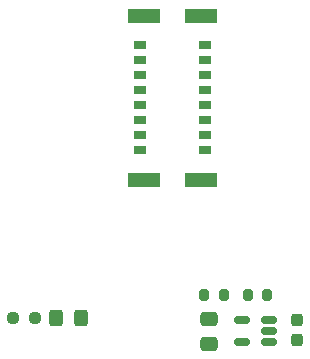
<source format=gbr>
%TF.GenerationSoftware,KiCad,Pcbnew,7.0.11-rc3*%
%TF.CreationDate,2025-03-16T23:28:07+08:00*%
%TF.ProjectId,imu-base,696d752d-6261-4736-952e-6b696361645f,rev?*%
%TF.SameCoordinates,Original*%
%TF.FileFunction,Paste,Top*%
%TF.FilePolarity,Positive*%
%FSLAX46Y46*%
G04 Gerber Fmt 4.6, Leading zero omitted, Abs format (unit mm)*
G04 Created by KiCad (PCBNEW 7.0.11-rc3) date 2025-03-16 23:28:07*
%MOMM*%
%LPD*%
G01*
G04 APERTURE LIST*
G04 Aperture macros list*
%AMRoundRect*
0 Rectangle with rounded corners*
0 $1 Rounding radius*
0 $2 $3 $4 $5 $6 $7 $8 $9 X,Y pos of 4 corners*
0 Add a 4 corners polygon primitive as box body*
4,1,4,$2,$3,$4,$5,$6,$7,$8,$9,$2,$3,0*
0 Add four circle primitives for the rounded corners*
1,1,$1+$1,$2,$3*
1,1,$1+$1,$4,$5*
1,1,$1+$1,$6,$7*
1,1,$1+$1,$8,$9*
0 Add four rect primitives between the rounded corners*
20,1,$1+$1,$2,$3,$4,$5,0*
20,1,$1+$1,$4,$5,$6,$7,0*
20,1,$1+$1,$6,$7,$8,$9,0*
20,1,$1+$1,$8,$9,$2,$3,0*%
G04 Aperture macros list end*
%ADD10RoundRect,0.200000X-0.200000X-0.275000X0.200000X-0.275000X0.200000X0.275000X-0.200000X0.275000X0*%
%ADD11RoundRect,0.237500X-0.250000X-0.237500X0.250000X-0.237500X0.250000X0.237500X-0.250000X0.237500X0*%
%ADD12RoundRect,0.200000X0.200000X0.275000X-0.200000X0.275000X-0.200000X-0.275000X0.200000X-0.275000X0*%
%ADD13RoundRect,0.250000X0.475000X-0.337500X0.475000X0.337500X-0.475000X0.337500X-0.475000X-0.337500X0*%
%ADD14R,1.100000X0.800000*%
%ADD15R,2.750000X1.200000*%
%ADD16RoundRect,0.237500X0.237500X-0.300000X0.237500X0.300000X-0.237500X0.300000X-0.237500X-0.300000X0*%
%ADD17RoundRect,0.150000X0.512500X0.150000X-0.512500X0.150000X-0.512500X-0.150000X0.512500X-0.150000X0*%
%ADD18RoundRect,0.250000X0.325000X0.450000X-0.325000X0.450000X-0.325000X-0.450000X0.325000X-0.450000X0*%
G04 APERTURE END LIST*
D10*
%TO.C,R4*%
X98685440Y-74712500D03*
X100335440Y-74712500D03*
%TD*%
D11*
%TO.C,R1*%
X82487500Y-76600000D03*
X84312500Y-76600000D03*
%TD*%
D12*
%TO.C,R2*%
X103997940Y-74712500D03*
X102347940Y-74712500D03*
%TD*%
D13*
%TO.C,C3*%
X99110440Y-78787500D03*
X99110440Y-76712500D03*
%TD*%
D14*
%TO.C,J1*%
X98750000Y-62445000D03*
X98750000Y-61175000D03*
X98750000Y-59905000D03*
X98750000Y-58635000D03*
X98750000Y-57365000D03*
X98750000Y-56095000D03*
X98750000Y-54825000D03*
X98750000Y-53555000D03*
X93250000Y-62445000D03*
X93250000Y-61175000D03*
X93250000Y-59905000D03*
X93250000Y-58635000D03*
X93250000Y-57365000D03*
X93250000Y-56095000D03*
X93250000Y-54825000D03*
X93250000Y-53555000D03*
D15*
X93575000Y-64955000D03*
X98425000Y-64955000D03*
X98425000Y-51045000D03*
X93575000Y-51045000D03*
%TD*%
D16*
%TO.C,C1*%
X106510440Y-78512500D03*
X106510440Y-76787500D03*
%TD*%
D17*
%TO.C,U1*%
X104110440Y-78662500D03*
X104110440Y-77712500D03*
X104110440Y-76762500D03*
X101835440Y-76762500D03*
X101835440Y-78662500D03*
%TD*%
D18*
%TO.C,D1*%
X88200000Y-76600000D03*
X86150000Y-76600000D03*
%TD*%
M02*

</source>
